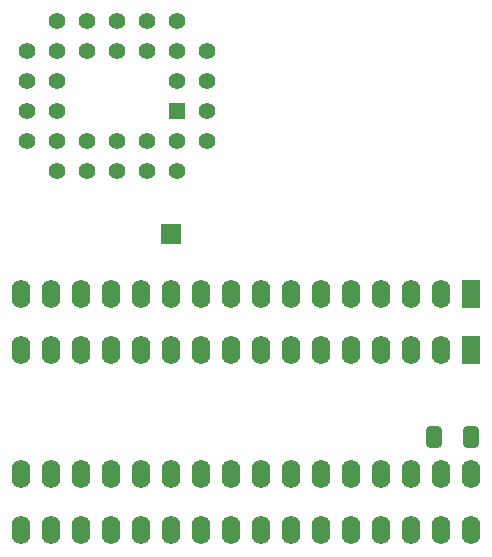
<source format=gbr>
%TF.GenerationSoftware,KiCad,Pcbnew,8.0.1-8.0.1-1~ubuntu22.04.1*%
%TF.CreationDate,2024-03-26T21:41:54+01:00*%
%TF.ProjectId,flash,666c6173-682e-46b6-9963-61645f706362,rev?*%
%TF.SameCoordinates,Original*%
%TF.FileFunction,Soldermask,Bot*%
%TF.FilePolarity,Negative*%
%FSLAX46Y46*%
G04 Gerber Fmt 4.6, Leading zero omitted, Abs format (unit mm)*
G04 Created by KiCad (PCBNEW 8.0.1-8.0.1-1~ubuntu22.04.1) date 2024-03-26 21:41:54*
%MOMM*%
%LPD*%
G01*
G04 APERTURE LIST*
G04 Aperture macros list*
%AMRoundRect*
0 Rectangle with rounded corners*
0 $1 Rounding radius*
0 $2 $3 $4 $5 $6 $7 $8 $9 X,Y pos of 4 corners*
0 Add a 4 corners polygon primitive as box body*
4,1,4,$2,$3,$4,$5,$6,$7,$8,$9,$2,$3,0*
0 Add four circle primitives for the rounded corners*
1,1,$1+$1,$2,$3*
1,1,$1+$1,$4,$5*
1,1,$1+$1,$6,$7*
1,1,$1+$1,$8,$9*
0 Add four rect primitives between the rounded corners*
20,1,$1+$1,$2,$3,$4,$5,0*
20,1,$1+$1,$4,$5,$6,$7,0*
20,1,$1+$1,$6,$7,$8,$9,0*
20,1,$1+$1,$8,$9,$2,$3,0*%
G04 Aperture macros list end*
%ADD10R,1.422400X1.422400*%
%ADD11C,1.422400*%
%ADD12R,1.600000X2.400000*%
%ADD13O,1.600000X2.400000*%
%ADD14R,1.700000X1.700000*%
%ADD15RoundRect,0.250000X0.412500X0.650000X-0.412500X0.650000X-0.412500X-0.650000X0.412500X-0.650000X0*%
G04 APERTURE END LIST*
D10*
%TO.C,U2*%
X214426800Y-168656000D03*
D11*
X216966800Y-166116000D03*
X214426800Y-166116000D03*
X216966800Y-163576000D03*
X214426800Y-161036000D03*
X214426800Y-163576000D03*
X211886800Y-161036000D03*
X211886800Y-163576000D03*
X209346800Y-161036000D03*
X209346800Y-163576000D03*
X206806800Y-161036000D03*
X206806800Y-163576000D03*
X204266800Y-161036000D03*
X201726800Y-163576000D03*
X204266800Y-163576000D03*
X201726800Y-166116000D03*
X204266800Y-166116000D03*
X201726800Y-168656000D03*
X204266800Y-168656000D03*
X201726800Y-171196000D03*
X204266800Y-173736000D03*
X204266800Y-171196000D03*
X206806800Y-173736000D03*
X206806800Y-171196000D03*
X209346800Y-173736000D03*
X209346800Y-171196000D03*
X211886800Y-173736000D03*
X211886800Y-171196000D03*
X214426800Y-173736000D03*
X216966800Y-171196000D03*
X214426800Y-171196000D03*
X216966800Y-168656000D03*
%TD*%
D12*
%TO.C,U1*%
X239395000Y-184150000D03*
D13*
X236855000Y-184150000D03*
X234315000Y-184150000D03*
X231775000Y-184150000D03*
X229235000Y-184150000D03*
X226695000Y-184150000D03*
X224155000Y-184150000D03*
X221615000Y-184150000D03*
X219075000Y-184150000D03*
X216535000Y-184150000D03*
X213995000Y-184150000D03*
X211455000Y-184150000D03*
X208915000Y-184150000D03*
X206375000Y-184150000D03*
X203835000Y-184150000D03*
X201295000Y-184150000D03*
X201295000Y-199390000D03*
X203835000Y-199390000D03*
X206375000Y-199390000D03*
X208915000Y-199390000D03*
X211455000Y-199390000D03*
X213995000Y-199390000D03*
X216535000Y-199390000D03*
X219075000Y-199390000D03*
X221615000Y-199390000D03*
X224155000Y-199390000D03*
X226695000Y-199390000D03*
X229235000Y-199390000D03*
X231775000Y-199390000D03*
X234315000Y-199390000D03*
X236855000Y-199390000D03*
X239395000Y-199390000D03*
%TD*%
%TO.C,U3*%
X239369600Y-204090000D03*
X236829600Y-204090000D03*
X234289600Y-204090000D03*
X231749600Y-204090000D03*
X229209600Y-204090000D03*
X226669600Y-204090000D03*
X224129600Y-204090000D03*
X221589600Y-204090000D03*
X219049600Y-204090000D03*
X216509600Y-204090000D03*
X213969600Y-204090000D03*
X211429600Y-204090000D03*
X208889600Y-204090000D03*
X206349600Y-204090000D03*
X203809600Y-204090000D03*
X201269600Y-204090000D03*
X201269600Y-188850000D03*
X203809600Y-188850000D03*
X206349600Y-188850000D03*
X208889600Y-188850000D03*
X211429600Y-188850000D03*
X213969600Y-188850000D03*
X216509600Y-188850000D03*
X219049600Y-188850000D03*
X221589600Y-188850000D03*
X224129600Y-188850000D03*
X226669600Y-188850000D03*
X229209600Y-188850000D03*
X231749600Y-188850000D03*
X234289600Y-188850000D03*
X236829600Y-188850000D03*
D12*
X239369600Y-188850000D03*
%TD*%
D14*
%TO.C,CS_ROM*%
X213995000Y-179070000D03*
%TD*%
D15*
%TO.C,C1*%
X239345000Y-196215000D03*
X236220000Y-196215000D03*
%TD*%
M02*

</source>
